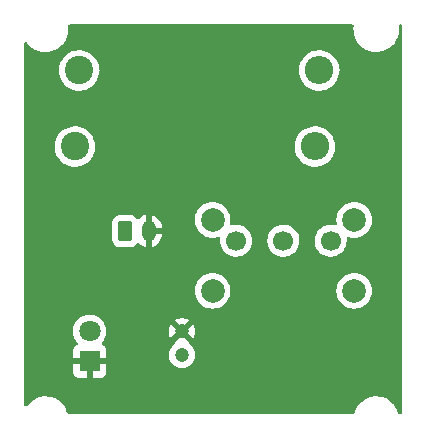
<source format=gbr>
G04 #@! TF.GenerationSoftware,KiCad,Pcbnew,(6.0.4)*
G04 #@! TF.CreationDate,2023-02-21T11:49:36-08:00*
G04 #@! TF.ProjectId,Lab4_Exercise,4c616234-5f45-4786-9572-636973652e6b,rev?*
G04 #@! TF.SameCoordinates,Original*
G04 #@! TF.FileFunction,Copper,L2,Bot*
G04 #@! TF.FilePolarity,Positive*
%FSLAX46Y46*%
G04 Gerber Fmt 4.6, Leading zero omitted, Abs format (unit mm)*
G04 Created by KiCad (PCBNEW (6.0.4)) date 2023-02-21 11:49:36*
%MOMM*%
%LPD*%
G01*
G04 APERTURE LIST*
G04 Aperture macros list*
%AMRoundRect*
0 Rectangle with rounded corners*
0 $1 Rounding radius*
0 $2 $3 $4 $5 $6 $7 $8 $9 X,Y pos of 4 corners*
0 Add a 4 corners polygon primitive as box body*
4,1,4,$2,$3,$4,$5,$6,$7,$8,$9,$2,$3,0*
0 Add four circle primitives for the rounded corners*
1,1,$1+$1,$2,$3*
1,1,$1+$1,$4,$5*
1,1,$1+$1,$6,$7*
1,1,$1+$1,$8,$9*
0 Add four rect primitives between the rounded corners*
20,1,$1+$1,$2,$3,$4,$5,0*
20,1,$1+$1,$4,$5,$6,$7,0*
20,1,$1+$1,$6,$7,$8,$9,0*
20,1,$1+$1,$8,$9,$2,$3,0*%
G04 Aperture macros list end*
G04 #@! TA.AperFunction,ComponentPad*
%ADD10C,2.000000*%
G04 #@! TD*
G04 #@! TA.AperFunction,ComponentPad*
%ADD11C,1.700000*%
G04 #@! TD*
G04 #@! TA.AperFunction,ComponentPad*
%ADD12C,2.400000*%
G04 #@! TD*
G04 #@! TA.AperFunction,ComponentPad*
%ADD13O,2.400000X2.400000*%
G04 #@! TD*
G04 #@! TA.AperFunction,ComponentPad*
%ADD14RoundRect,0.250000X-0.350000X-0.625000X0.350000X-0.625000X0.350000X0.625000X-0.350000X0.625000X0*%
G04 #@! TD*
G04 #@! TA.AperFunction,ComponentPad*
%ADD15O,1.200000X1.750000*%
G04 #@! TD*
G04 #@! TA.AperFunction,ComponentPad*
%ADD16R,1.800000X1.800000*%
G04 #@! TD*
G04 #@! TA.AperFunction,ComponentPad*
%ADD17C,1.800000*%
G04 #@! TD*
G04 #@! TA.AperFunction,ComponentPad*
%ADD18C,1.200000*%
G04 #@! TD*
G04 APERTURE END LIST*
D10*
G04 #@! TO.P,SW1,*
G04 #@! TO.N,*
X168140000Y-91140000D03*
X156140000Y-91140000D03*
X168140000Y-85140000D03*
X156140000Y-85140000D03*
D11*
G04 #@! TO.P,SW1,1,A*
G04 #@! TO.N,unconnected-(SW1-Pad1)*
X158140000Y-86890000D03*
G04 #@! TO.P,SW1,2,B*
G04 #@! TO.N,Net-(R1-Pad2)*
X162140000Y-86890000D03*
G04 #@! TO.P,SW1,3,C*
G04 #@! TO.N,Net-(C1-Pad1)*
X166140000Y-86890000D03*
G04 #@! TD*
D12*
G04 #@! TO.P,R1,1*
G04 #@! TO.N,+9V*
X144490000Y-78920000D03*
D13*
G04 #@! TO.P,R1,2*
G04 #@! TO.N,Net-(R1-Pad2)*
X164810000Y-78920000D03*
G04 #@! TD*
D14*
G04 #@! TO.P,J1,1,Pin_1*
G04 #@! TO.N,+9V*
X148740000Y-86080000D03*
D15*
G04 #@! TO.P,J1,2,Pin_2*
G04 #@! TO.N,GND*
X150740000Y-86080000D03*
G04 #@! TD*
D16*
G04 #@! TO.P,D1,1,K*
G04 #@! TO.N,GND*
X145730000Y-97095000D03*
D17*
G04 #@! TO.P,D1,2,A*
G04 #@! TO.N,Net-(D1-Pad2)*
X145730000Y-94555000D03*
G04 #@! TD*
D18*
G04 #@! TO.P,C1,1*
G04 #@! TO.N,Net-(C1-Pad1)*
X153540000Y-96560000D03*
G04 #@! TO.P,C1,2*
G04 #@! TO.N,GND*
X153540000Y-94560000D03*
G04 #@! TD*
D12*
G04 #@! TO.P,R2,1*
G04 #@! TO.N,Net-(D1-Pad2)*
X144860000Y-72480000D03*
D13*
G04 #@! TO.P,R2,2*
G04 #@! TO.N,Net-(C1-Pad1)*
X165180000Y-72480000D03*
G04 #@! TD*
G04 #@! TA.AperFunction,Conductor*
G04 #@! TO.N,GND*
G36*
X168038707Y-68600002D02*
G01*
X168085200Y-68653658D01*
X168095930Y-68718841D01*
X168073326Y-68939452D01*
X168073501Y-68943904D01*
X168075705Y-69000000D01*
X168080461Y-69121037D01*
X168084016Y-69211527D01*
X168132935Y-69479381D01*
X168134344Y-69483604D01*
X168190846Y-69652960D01*
X168219107Y-69737670D01*
X168221099Y-69741657D01*
X168221100Y-69741659D01*
X168299183Y-69897927D01*
X168340812Y-69981241D01*
X168495623Y-70205233D01*
X168680450Y-70405178D01*
X168891606Y-70577086D01*
X168895414Y-70579379D01*
X168895416Y-70579380D01*
X169121061Y-70715229D01*
X169121065Y-70715231D01*
X169124877Y-70717526D01*
X169250064Y-70770536D01*
X169371506Y-70821961D01*
X169371511Y-70821963D01*
X169375609Y-70823698D01*
X169379906Y-70824837D01*
X169379911Y-70824839D01*
X169507204Y-70858590D01*
X169638799Y-70893481D01*
X169909196Y-70925485D01*
X170181406Y-70919070D01*
X170185800Y-70918339D01*
X170185807Y-70918338D01*
X170445593Y-70875098D01*
X170445597Y-70875097D01*
X170449995Y-70874365D01*
X170709606Y-70792260D01*
X170713617Y-70790334D01*
X170713622Y-70790332D01*
X170951041Y-70676326D01*
X170951048Y-70676322D01*
X170955059Y-70674396D01*
X171068884Y-70598341D01*
X171177747Y-70525601D01*
X171177751Y-70525598D01*
X171181455Y-70523123D01*
X171384278Y-70341459D01*
X171559481Y-70133030D01*
X171703569Y-69901993D01*
X171813665Y-69652960D01*
X171887574Y-69390898D01*
X171890598Y-69368387D01*
X171923394Y-69124219D01*
X171923395Y-69124211D01*
X171923821Y-69121037D01*
X171927625Y-69000000D01*
X171908394Y-68728395D01*
X171907457Y-68724044D01*
X171907415Y-68723747D01*
X171917623Y-68653488D01*
X171964196Y-68599901D01*
X172032159Y-68580000D01*
X172085500Y-68580000D01*
X172153621Y-68600002D01*
X172200114Y-68653658D01*
X172211500Y-68706000D01*
X172211500Y-101474000D01*
X172191498Y-101542121D01*
X172137842Y-101588614D01*
X172085500Y-101600000D01*
X171982512Y-101600000D01*
X171914391Y-101579998D01*
X171867898Y-101526342D01*
X171859335Y-101500520D01*
X171852025Y-101466568D01*
X171852022Y-101466558D01*
X171851086Y-101462210D01*
X171756844Y-101206755D01*
X171720078Y-101138615D01*
X171629661Y-100971043D01*
X171627548Y-100967127D01*
X171465778Y-100748108D01*
X171424505Y-100706181D01*
X171277892Y-100557248D01*
X171274761Y-100554067D01*
X171058310Y-100388877D01*
X170820743Y-100255833D01*
X170814690Y-100253491D01*
X170570954Y-100159196D01*
X170570948Y-100159194D01*
X170566799Y-100157589D01*
X170562467Y-100156585D01*
X170562464Y-100156584D01*
X170453710Y-100131376D01*
X170301547Y-100096107D01*
X170030278Y-100072613D01*
X170025843Y-100072857D01*
X170025839Y-100072857D01*
X169762848Y-100087330D01*
X169762841Y-100087331D01*
X169758405Y-100087575D01*
X169625871Y-100113938D01*
X169495724Y-100139825D01*
X169495719Y-100139826D01*
X169491352Y-100140695D01*
X169487149Y-100142171D01*
X169238656Y-100229435D01*
X169238653Y-100229436D01*
X169234448Y-100230913D01*
X169230495Y-100232966D01*
X169230489Y-100232969D01*
X169094309Y-100303710D01*
X168992819Y-100356430D01*
X168947414Y-100388877D01*
X168774907Y-100512151D01*
X168774903Y-100512154D01*
X168771286Y-100514739D01*
X168574269Y-100702684D01*
X168571513Y-100706179D01*
X168571512Y-100706181D01*
X168535628Y-100751700D01*
X168405699Y-100916514D01*
X168378381Y-100963545D01*
X168271174Y-101148115D01*
X168271171Y-101148121D01*
X168268940Y-101151962D01*
X168267270Y-101156085D01*
X168168393Y-101400199D01*
X168168390Y-101400207D01*
X168166720Y-101404331D01*
X168150995Y-101467635D01*
X168141869Y-101504375D01*
X168106035Y-101565665D01*
X168042753Y-101597852D01*
X168019585Y-101600000D01*
X143982512Y-101600000D01*
X143914391Y-101579998D01*
X143867898Y-101526342D01*
X143859335Y-101500520D01*
X143852025Y-101466568D01*
X143852022Y-101466558D01*
X143851086Y-101462210D01*
X143756844Y-101206755D01*
X143720078Y-101138615D01*
X143629661Y-100971043D01*
X143627548Y-100967127D01*
X143465778Y-100748108D01*
X143424505Y-100706181D01*
X143277892Y-100557248D01*
X143274761Y-100554067D01*
X143058310Y-100388877D01*
X142820743Y-100255833D01*
X142814690Y-100253491D01*
X142570954Y-100159196D01*
X142570948Y-100159194D01*
X142566799Y-100157589D01*
X142562467Y-100156585D01*
X142562464Y-100156584D01*
X142453710Y-100131376D01*
X142301547Y-100096107D01*
X142030278Y-100072613D01*
X142025843Y-100072857D01*
X142025839Y-100072857D01*
X141762848Y-100087330D01*
X141762841Y-100087331D01*
X141758405Y-100087575D01*
X141625871Y-100113938D01*
X141495724Y-100139825D01*
X141495719Y-100139826D01*
X141491352Y-100140695D01*
X141487149Y-100142171D01*
X141238656Y-100229435D01*
X141238653Y-100229436D01*
X141234448Y-100230913D01*
X141230495Y-100232966D01*
X141230489Y-100232969D01*
X141094309Y-100303710D01*
X140992819Y-100356430D01*
X140947414Y-100388877D01*
X140774907Y-100512151D01*
X140774903Y-100512154D01*
X140771286Y-100514739D01*
X140574269Y-100702684D01*
X140571513Y-100706179D01*
X140571512Y-100706181D01*
X140433450Y-100881312D01*
X140375569Y-100922425D01*
X140304649Y-100925719D01*
X140243206Y-100890147D01*
X140210749Y-100827004D01*
X140208500Y-100803306D01*
X140208500Y-98039669D01*
X144322001Y-98039669D01*
X144322371Y-98046490D01*
X144327895Y-98097352D01*
X144331521Y-98112604D01*
X144376676Y-98233054D01*
X144385214Y-98248649D01*
X144461715Y-98350724D01*
X144474276Y-98363285D01*
X144576351Y-98439786D01*
X144591946Y-98448324D01*
X144712394Y-98493478D01*
X144727649Y-98497105D01*
X144778514Y-98502631D01*
X144785328Y-98503000D01*
X145457885Y-98503000D01*
X145473124Y-98498525D01*
X145474329Y-98497135D01*
X145476000Y-98489452D01*
X145476000Y-98484884D01*
X145984000Y-98484884D01*
X145988475Y-98500123D01*
X145989865Y-98501328D01*
X145997548Y-98502999D01*
X146674669Y-98502999D01*
X146681490Y-98502629D01*
X146732352Y-98497105D01*
X146747604Y-98493479D01*
X146868054Y-98448324D01*
X146883649Y-98439786D01*
X146985724Y-98363285D01*
X146998285Y-98350724D01*
X147074786Y-98248649D01*
X147083324Y-98233054D01*
X147128478Y-98112606D01*
X147132105Y-98097351D01*
X147137631Y-98046486D01*
X147138000Y-98039672D01*
X147138000Y-97367115D01*
X147133525Y-97351876D01*
X147132135Y-97350671D01*
X147124452Y-97349000D01*
X146002115Y-97349000D01*
X145986876Y-97353475D01*
X145985671Y-97354865D01*
X145984000Y-97362548D01*
X145984000Y-98484884D01*
X145476000Y-98484884D01*
X145476000Y-97367115D01*
X145471525Y-97351876D01*
X145470135Y-97350671D01*
X145462452Y-97349000D01*
X144340116Y-97349000D01*
X144324877Y-97353475D01*
X144323672Y-97354865D01*
X144322001Y-97362548D01*
X144322001Y-98039669D01*
X140208500Y-98039669D01*
X140208500Y-94520469D01*
X144317095Y-94520469D01*
X144317392Y-94525622D01*
X144317392Y-94525625D01*
X144322944Y-94621911D01*
X144330427Y-94751697D01*
X144331564Y-94756743D01*
X144331565Y-94756749D01*
X144363741Y-94899523D01*
X144381346Y-94977642D01*
X144383288Y-94982424D01*
X144383289Y-94982428D01*
X144443664Y-95131113D01*
X144468484Y-95192237D01*
X144589501Y-95389719D01*
X144592882Y-95393622D01*
X144701653Y-95519191D01*
X144731135Y-95583776D01*
X144721020Y-95654049D01*
X144674519Y-95707697D01*
X144650646Y-95719670D01*
X144591944Y-95741677D01*
X144576351Y-95750214D01*
X144474276Y-95826715D01*
X144461715Y-95839276D01*
X144385214Y-95941351D01*
X144376676Y-95956946D01*
X144331522Y-96077394D01*
X144327895Y-96092649D01*
X144322369Y-96143514D01*
X144322000Y-96150328D01*
X144322000Y-96822885D01*
X144326475Y-96838124D01*
X144327865Y-96839329D01*
X144335548Y-96841000D01*
X147119884Y-96841000D01*
X147135123Y-96836525D01*
X147136328Y-96835135D01*
X147137999Y-96827452D01*
X147137999Y-96530859D01*
X152427132Y-96530859D01*
X152440457Y-96734151D01*
X152490605Y-96931610D01*
X152575898Y-97116624D01*
X152693479Y-97282997D01*
X152839410Y-97425157D01*
X152844206Y-97428362D01*
X152844209Y-97428364D01*
X152912149Y-97473760D01*
X153008803Y-97538342D01*
X153014106Y-97540620D01*
X153014109Y-97540622D01*
X153103115Y-97578862D01*
X153195987Y-97618763D01*
X153268817Y-97635243D01*
X153389055Y-97662450D01*
X153389060Y-97662451D01*
X153394692Y-97663725D01*
X153400463Y-97663952D01*
X153400465Y-97663952D01*
X153463470Y-97666427D01*
X153598263Y-97671723D01*
X153799883Y-97642490D01*
X153805347Y-97640635D01*
X153805352Y-97640634D01*
X153987327Y-97578862D01*
X153987332Y-97578860D01*
X153992799Y-97577004D01*
X154170551Y-97477458D01*
X154327186Y-97347186D01*
X154457458Y-97190551D01*
X154557004Y-97012799D01*
X154558860Y-97007332D01*
X154558862Y-97007327D01*
X154620634Y-96825352D01*
X154620635Y-96825347D01*
X154622490Y-96819883D01*
X154651723Y-96618263D01*
X154653249Y-96560000D01*
X154634608Y-96357126D01*
X154579307Y-96161047D01*
X154574023Y-96150331D01*
X154491756Y-95983510D01*
X154489201Y-95978329D01*
X154470796Y-95953681D01*
X154370758Y-95819715D01*
X154370758Y-95819714D01*
X154367305Y-95815091D01*
X154264104Y-95719693D01*
X154221943Y-95680719D01*
X154221940Y-95680717D01*
X154217703Y-95676800D01*
X154172113Y-95648035D01*
X154125176Y-95594769D01*
X154114487Y-95524582D01*
X154115950Y-95516010D01*
X154118535Y-95503483D01*
X154114940Y-95494151D01*
X153552811Y-94932021D01*
X153538868Y-94924408D01*
X153537034Y-94924539D01*
X153530420Y-94928790D01*
X152969259Y-95489952D01*
X152961648Y-95503890D01*
X152963667Y-95532117D01*
X152948575Y-95601492D01*
X152902409Y-95649392D01*
X152885649Y-95659363D01*
X152732478Y-95793690D01*
X152728911Y-95798215D01*
X152728906Y-95798220D01*
X152671621Y-95870886D01*
X152606351Y-95953681D01*
X152511492Y-96133978D01*
X152451078Y-96328543D01*
X152427132Y-96530859D01*
X147137999Y-96530859D01*
X147137999Y-96150331D01*
X147137629Y-96143510D01*
X147132105Y-96092648D01*
X147128479Y-96077396D01*
X147083324Y-95956946D01*
X147074786Y-95941351D01*
X146998285Y-95839276D01*
X146985724Y-95826715D01*
X146883649Y-95750214D01*
X146868052Y-95741675D01*
X146809415Y-95719693D01*
X146752650Y-95677052D01*
X146727950Y-95610490D01*
X146743157Y-95541141D01*
X146764703Y-95512461D01*
X146802641Y-95474654D01*
X146806303Y-95471005D01*
X146941458Y-95282917D01*
X146988641Y-95187450D01*
X147041784Y-95079922D01*
X147041785Y-95079920D01*
X147044078Y-95075280D01*
X147111408Y-94853671D01*
X147141640Y-94624041D01*
X147141722Y-94620691D01*
X147143245Y-94558365D01*
X147143245Y-94558361D01*
X147143327Y-94555000D01*
X147141817Y-94536638D01*
X152428012Y-94536638D01*
X152440575Y-94728304D01*
X152442376Y-94739674D01*
X152489657Y-94925843D01*
X152493498Y-94936690D01*
X152573916Y-95111130D01*
X152579664Y-95121086D01*
X152585788Y-95129751D01*
X152596377Y-95138140D01*
X152609676Y-95131113D01*
X153167979Y-94572811D01*
X153174356Y-94561132D01*
X153904408Y-94561132D01*
X153904539Y-94562966D01*
X153908790Y-94569580D01*
X154470239Y-95131028D01*
X154482614Y-95137785D01*
X154489194Y-95132859D01*
X154553726Y-95017628D01*
X154558400Y-95007131D01*
X154620144Y-94825240D01*
X154622832Y-94814045D01*
X154650689Y-94621911D01*
X154651319Y-94614528D01*
X154652650Y-94563704D01*
X154652407Y-94556305D01*
X154634643Y-94362975D01*
X154632545Y-94351654D01*
X154580408Y-94166791D01*
X154576283Y-94156044D01*
X154492163Y-93985465D01*
X154484869Y-93979990D01*
X154472449Y-93986762D01*
X153912021Y-94547189D01*
X153904408Y-94561132D01*
X153174356Y-94561132D01*
X153175592Y-94558868D01*
X153175461Y-94557034D01*
X153171210Y-94550420D01*
X152608538Y-93987749D01*
X152596163Y-93980992D01*
X152590197Y-93985458D01*
X152514645Y-94129058D01*
X152510242Y-94139691D01*
X152453281Y-94323132D01*
X152450891Y-94334376D01*
X152428313Y-94525137D01*
X152428012Y-94536638D01*
X147141817Y-94536638D01*
X147126609Y-94351654D01*
X147124773Y-94329318D01*
X147124772Y-94329312D01*
X147124349Y-94324167D01*
X147067925Y-94099533D01*
X147065866Y-94094797D01*
X146977630Y-93891868D01*
X146977628Y-93891865D01*
X146975570Y-93887131D01*
X146849764Y-93692665D01*
X146782438Y-93618675D01*
X152962788Y-93618675D01*
X152966275Y-93627064D01*
X153527189Y-94187979D01*
X153541132Y-94195592D01*
X153542966Y-94195461D01*
X153549580Y-94191210D01*
X154110285Y-93630504D01*
X154117042Y-93618129D01*
X154111012Y-93610073D01*
X154050061Y-93571616D01*
X154039813Y-93566395D01*
X153861401Y-93495216D01*
X153850373Y-93491949D01*
X153661982Y-93454476D01*
X153650535Y-93453273D01*
X153458477Y-93450759D01*
X153446997Y-93451662D01*
X153257697Y-93484190D01*
X153246577Y-93487170D01*
X153066365Y-93553653D01*
X153055991Y-93558601D01*
X152972385Y-93608342D01*
X152962788Y-93618675D01*
X146782438Y-93618675D01*
X146693887Y-93521358D01*
X146689836Y-93518159D01*
X146689832Y-93518155D01*
X146516177Y-93381011D01*
X146516172Y-93381008D01*
X146512123Y-93377810D01*
X146507607Y-93375317D01*
X146507604Y-93375315D01*
X146313879Y-93268373D01*
X146313875Y-93268371D01*
X146309355Y-93265876D01*
X146304486Y-93264152D01*
X146304482Y-93264150D01*
X146095903Y-93190288D01*
X146095899Y-93190287D01*
X146091028Y-93188562D01*
X146085935Y-93187655D01*
X146085932Y-93187654D01*
X145868095Y-93148851D01*
X145868089Y-93148850D01*
X145863006Y-93147945D01*
X145790096Y-93147054D01*
X145636581Y-93145179D01*
X145636579Y-93145179D01*
X145631411Y-93145116D01*
X145402464Y-93180150D01*
X145182314Y-93252106D01*
X145177726Y-93254494D01*
X145177722Y-93254496D01*
X145151065Y-93268373D01*
X144976872Y-93359052D01*
X144972739Y-93362155D01*
X144972736Y-93362157D01*
X144849779Y-93454476D01*
X144791655Y-93498117D01*
X144631639Y-93665564D01*
X144628725Y-93669836D01*
X144628724Y-93669837D01*
X144613152Y-93692665D01*
X144501119Y-93856899D01*
X144403602Y-94066981D01*
X144341707Y-94290169D01*
X144317095Y-94520469D01*
X140208500Y-94520469D01*
X140208500Y-91140000D01*
X154626835Y-91140000D01*
X154645465Y-91376711D01*
X154700895Y-91607594D01*
X154791760Y-91826963D01*
X154794346Y-91831183D01*
X154913241Y-92025202D01*
X154913245Y-92025208D01*
X154915824Y-92029416D01*
X155070031Y-92209969D01*
X155250584Y-92364176D01*
X155254792Y-92366755D01*
X155254798Y-92366759D01*
X155448817Y-92485654D01*
X155453037Y-92488240D01*
X155457607Y-92490133D01*
X155457611Y-92490135D01*
X155667833Y-92577211D01*
X155672406Y-92579105D01*
X155752609Y-92598360D01*
X155898476Y-92633380D01*
X155898482Y-92633381D01*
X155903289Y-92634535D01*
X156140000Y-92653165D01*
X156376711Y-92634535D01*
X156381518Y-92633381D01*
X156381524Y-92633380D01*
X156527391Y-92598360D01*
X156607594Y-92579105D01*
X156612167Y-92577211D01*
X156822389Y-92490135D01*
X156822393Y-92490133D01*
X156826963Y-92488240D01*
X156831183Y-92485654D01*
X157025202Y-92366759D01*
X157025208Y-92366755D01*
X157029416Y-92364176D01*
X157209969Y-92209969D01*
X157364176Y-92029416D01*
X157366755Y-92025208D01*
X157366759Y-92025202D01*
X157485654Y-91831183D01*
X157488240Y-91826963D01*
X157579105Y-91607594D01*
X157634535Y-91376711D01*
X157653165Y-91140000D01*
X166626835Y-91140000D01*
X166645465Y-91376711D01*
X166700895Y-91607594D01*
X166791760Y-91826963D01*
X166794346Y-91831183D01*
X166913241Y-92025202D01*
X166913245Y-92025208D01*
X166915824Y-92029416D01*
X167070031Y-92209969D01*
X167250584Y-92364176D01*
X167254792Y-92366755D01*
X167254798Y-92366759D01*
X167448817Y-92485654D01*
X167453037Y-92488240D01*
X167457607Y-92490133D01*
X167457611Y-92490135D01*
X167667833Y-92577211D01*
X167672406Y-92579105D01*
X167752609Y-92598360D01*
X167898476Y-92633380D01*
X167898482Y-92633381D01*
X167903289Y-92634535D01*
X168140000Y-92653165D01*
X168376711Y-92634535D01*
X168381518Y-92633381D01*
X168381524Y-92633380D01*
X168527391Y-92598360D01*
X168607594Y-92579105D01*
X168612167Y-92577211D01*
X168822389Y-92490135D01*
X168822393Y-92490133D01*
X168826963Y-92488240D01*
X168831183Y-92485654D01*
X169025202Y-92366759D01*
X169025208Y-92366755D01*
X169029416Y-92364176D01*
X169209969Y-92209969D01*
X169364176Y-92029416D01*
X169366755Y-92025208D01*
X169366759Y-92025202D01*
X169485654Y-91831183D01*
X169488240Y-91826963D01*
X169579105Y-91607594D01*
X169634535Y-91376711D01*
X169653165Y-91140000D01*
X169634535Y-90903289D01*
X169579105Y-90672406D01*
X169488240Y-90453037D01*
X169485654Y-90448817D01*
X169366759Y-90254798D01*
X169366755Y-90254792D01*
X169364176Y-90250584D01*
X169209969Y-90070031D01*
X169029416Y-89915824D01*
X169025208Y-89913245D01*
X169025202Y-89913241D01*
X168831183Y-89794346D01*
X168826963Y-89791760D01*
X168822393Y-89789867D01*
X168822389Y-89789865D01*
X168612167Y-89702789D01*
X168612165Y-89702788D01*
X168607594Y-89700895D01*
X168527391Y-89681640D01*
X168381524Y-89646620D01*
X168381518Y-89646619D01*
X168376711Y-89645465D01*
X168140000Y-89626835D01*
X167903289Y-89645465D01*
X167898482Y-89646619D01*
X167898476Y-89646620D01*
X167752609Y-89681640D01*
X167672406Y-89700895D01*
X167667835Y-89702788D01*
X167667833Y-89702789D01*
X167457611Y-89789865D01*
X167457607Y-89789867D01*
X167453037Y-89791760D01*
X167448817Y-89794346D01*
X167254798Y-89913241D01*
X167254792Y-89913245D01*
X167250584Y-89915824D01*
X167070031Y-90070031D01*
X166915824Y-90250584D01*
X166913245Y-90254792D01*
X166913241Y-90254798D01*
X166794346Y-90448817D01*
X166791760Y-90453037D01*
X166700895Y-90672406D01*
X166645465Y-90903289D01*
X166626835Y-91140000D01*
X157653165Y-91140000D01*
X157634535Y-90903289D01*
X157579105Y-90672406D01*
X157488240Y-90453037D01*
X157485654Y-90448817D01*
X157366759Y-90254798D01*
X157366755Y-90254792D01*
X157364176Y-90250584D01*
X157209969Y-90070031D01*
X157029416Y-89915824D01*
X157025208Y-89913245D01*
X157025202Y-89913241D01*
X156831183Y-89794346D01*
X156826963Y-89791760D01*
X156822393Y-89789867D01*
X156822389Y-89789865D01*
X156612167Y-89702789D01*
X156612165Y-89702788D01*
X156607594Y-89700895D01*
X156527391Y-89681640D01*
X156381524Y-89646620D01*
X156381518Y-89646619D01*
X156376711Y-89645465D01*
X156140000Y-89626835D01*
X155903289Y-89645465D01*
X155898482Y-89646619D01*
X155898476Y-89646620D01*
X155752609Y-89681640D01*
X155672406Y-89700895D01*
X155667835Y-89702788D01*
X155667833Y-89702789D01*
X155457611Y-89789865D01*
X155457607Y-89789867D01*
X155453037Y-89791760D01*
X155448817Y-89794346D01*
X155254798Y-89913241D01*
X155254792Y-89913245D01*
X155250584Y-89915824D01*
X155070031Y-90070031D01*
X154915824Y-90250584D01*
X154913245Y-90254792D01*
X154913241Y-90254798D01*
X154794346Y-90448817D01*
X154791760Y-90453037D01*
X154700895Y-90672406D01*
X154645465Y-90903289D01*
X154626835Y-91140000D01*
X140208500Y-91140000D01*
X140208500Y-86755400D01*
X147631500Y-86755400D01*
X147631837Y-86758646D01*
X147631837Y-86758650D01*
X147641478Y-86851562D01*
X147642474Y-86861166D01*
X147698450Y-87028946D01*
X147791522Y-87179348D01*
X147916697Y-87304305D01*
X147922927Y-87308145D01*
X147922928Y-87308146D01*
X148060090Y-87392694D01*
X148067262Y-87397115D01*
X148122396Y-87415402D01*
X148228611Y-87450632D01*
X148228613Y-87450632D01*
X148235139Y-87452797D01*
X148241975Y-87453497D01*
X148241978Y-87453498D01*
X148285031Y-87457909D01*
X148339600Y-87463500D01*
X149140400Y-87463500D01*
X149143646Y-87463163D01*
X149143650Y-87463163D01*
X149239308Y-87453238D01*
X149239312Y-87453237D01*
X149246166Y-87452526D01*
X149252702Y-87450345D01*
X149252704Y-87450345D01*
X149388867Y-87404917D01*
X149413946Y-87396550D01*
X149564348Y-87303478D01*
X149689305Y-87178303D01*
X149693148Y-87172069D01*
X149721355Y-87126310D01*
X149774127Y-87078817D01*
X149844199Y-87067395D01*
X149909323Y-87095669D01*
X149927702Y-87114597D01*
X149930262Y-87117856D01*
X149938499Y-87126506D01*
X150089123Y-87257212D01*
X150098847Y-87264147D01*
X150271467Y-87364010D01*
X150282331Y-87368984D01*
X150470727Y-87434407D01*
X150471716Y-87434648D01*
X150482008Y-87433180D01*
X150486000Y-87419615D01*
X150486000Y-87415402D01*
X150994000Y-87415402D01*
X150997973Y-87428933D01*
X151007399Y-87430288D01*
X151096537Y-87408806D01*
X151107832Y-87404917D01*
X151289382Y-87322371D01*
X151299724Y-87316424D01*
X151462397Y-87201032D01*
X151471425Y-87193239D01*
X151609342Y-87049169D01*
X151616738Y-87039804D01*
X151724921Y-86872259D01*
X151730417Y-86861655D01*
X151804961Y-86676688D01*
X151808355Y-86665230D01*
X151846857Y-86468072D01*
X151847934Y-86459209D01*
X151848000Y-86456500D01*
X151848000Y-86352115D01*
X151843525Y-86336876D01*
X151842135Y-86335671D01*
X151834452Y-86334000D01*
X151012115Y-86334000D01*
X150996876Y-86338475D01*
X150995671Y-86339865D01*
X150994000Y-86347548D01*
X150994000Y-87415402D01*
X150486000Y-87415402D01*
X150486000Y-85807885D01*
X150994000Y-85807885D01*
X150998475Y-85823124D01*
X150999865Y-85824329D01*
X151007548Y-85826000D01*
X151829885Y-85826000D01*
X151845124Y-85821525D01*
X151846329Y-85820135D01*
X151848000Y-85812452D01*
X151848000Y-85755168D01*
X151847715Y-85749192D01*
X151833529Y-85600506D01*
X151831270Y-85588772D01*
X151775128Y-85397401D01*
X151770698Y-85386325D01*
X151679381Y-85209022D01*
X151672931Y-85198976D01*
X151626605Y-85140000D01*
X154626835Y-85140000D01*
X154645465Y-85376711D01*
X154646619Y-85381518D01*
X154646620Y-85381524D01*
X154674185Y-85496339D01*
X154700895Y-85607594D01*
X154702788Y-85612165D01*
X154702789Y-85612167D01*
X154789508Y-85821525D01*
X154791760Y-85826963D01*
X154794346Y-85831183D01*
X154913241Y-86025202D01*
X154913245Y-86025208D01*
X154915824Y-86029416D01*
X155070031Y-86209969D01*
X155073787Y-86213177D01*
X155083386Y-86221375D01*
X155250584Y-86364176D01*
X155254792Y-86366755D01*
X155254798Y-86366759D01*
X155391781Y-86450702D01*
X155453037Y-86488240D01*
X155457607Y-86490133D01*
X155457611Y-86490135D01*
X155667833Y-86577211D01*
X155672406Y-86579105D01*
X155751609Y-86598120D01*
X155898476Y-86633380D01*
X155898482Y-86633381D01*
X155903289Y-86634535D01*
X156140000Y-86653165D01*
X156376711Y-86634535D01*
X156381518Y-86633381D01*
X156381524Y-86633380D01*
X156528391Y-86598120D01*
X156607594Y-86579105D01*
X156620095Y-86573927D01*
X156690685Y-86566339D01*
X156754171Y-86598120D01*
X156790398Y-86659179D01*
X156793598Y-86703726D01*
X156777251Y-86856695D01*
X156777548Y-86861848D01*
X156777548Y-86861851D01*
X156783011Y-86956590D01*
X156790110Y-87079715D01*
X156791247Y-87084761D01*
X156791248Y-87084767D01*
X156800655Y-87126506D01*
X156839222Y-87297639D01*
X156923266Y-87504616D01*
X157039987Y-87695088D01*
X157186250Y-87863938D01*
X157358126Y-88006632D01*
X157551000Y-88119338D01*
X157759692Y-88199030D01*
X157764760Y-88200061D01*
X157764763Y-88200062D01*
X157872017Y-88221883D01*
X157978597Y-88243567D01*
X157983772Y-88243757D01*
X157983774Y-88243757D01*
X158196673Y-88251564D01*
X158196677Y-88251564D01*
X158201837Y-88251753D01*
X158206957Y-88251097D01*
X158206959Y-88251097D01*
X158418288Y-88224025D01*
X158418289Y-88224025D01*
X158423416Y-88223368D01*
X158428366Y-88221883D01*
X158632429Y-88160661D01*
X158632434Y-88160659D01*
X158637384Y-88159174D01*
X158837994Y-88060896D01*
X159019860Y-87931173D01*
X159178096Y-87773489D01*
X159237594Y-87690689D01*
X159305435Y-87596277D01*
X159308453Y-87592077D01*
X159372000Y-87463500D01*
X159405136Y-87396453D01*
X159405137Y-87396451D01*
X159407430Y-87391811D01*
X159472370Y-87178069D01*
X159501529Y-86956590D01*
X159503156Y-86890000D01*
X159500418Y-86856695D01*
X160777251Y-86856695D01*
X160777548Y-86861848D01*
X160777548Y-86861851D01*
X160783011Y-86956590D01*
X160790110Y-87079715D01*
X160791247Y-87084761D01*
X160791248Y-87084767D01*
X160800655Y-87126506D01*
X160839222Y-87297639D01*
X160923266Y-87504616D01*
X161039987Y-87695088D01*
X161186250Y-87863938D01*
X161358126Y-88006632D01*
X161551000Y-88119338D01*
X161759692Y-88199030D01*
X161764760Y-88200061D01*
X161764763Y-88200062D01*
X161872017Y-88221883D01*
X161978597Y-88243567D01*
X161983772Y-88243757D01*
X161983774Y-88243757D01*
X162196673Y-88251564D01*
X162196677Y-88251564D01*
X162201837Y-88251753D01*
X162206957Y-88251097D01*
X162206959Y-88251097D01*
X162418288Y-88224025D01*
X162418289Y-88224025D01*
X162423416Y-88223368D01*
X162428366Y-88221883D01*
X162632429Y-88160661D01*
X162632434Y-88160659D01*
X162637384Y-88159174D01*
X162837994Y-88060896D01*
X163019860Y-87931173D01*
X163178096Y-87773489D01*
X163237594Y-87690689D01*
X163305435Y-87596277D01*
X163308453Y-87592077D01*
X163372000Y-87463500D01*
X163405136Y-87396453D01*
X163405137Y-87396451D01*
X163407430Y-87391811D01*
X163472370Y-87178069D01*
X163501529Y-86956590D01*
X163503156Y-86890000D01*
X163500418Y-86856695D01*
X164777251Y-86856695D01*
X164777548Y-86861848D01*
X164777548Y-86861851D01*
X164783011Y-86956590D01*
X164790110Y-87079715D01*
X164791247Y-87084761D01*
X164791248Y-87084767D01*
X164800655Y-87126506D01*
X164839222Y-87297639D01*
X164923266Y-87504616D01*
X165039987Y-87695088D01*
X165186250Y-87863938D01*
X165358126Y-88006632D01*
X165551000Y-88119338D01*
X165759692Y-88199030D01*
X165764760Y-88200061D01*
X165764763Y-88200062D01*
X165872017Y-88221883D01*
X165978597Y-88243567D01*
X165983772Y-88243757D01*
X165983774Y-88243757D01*
X166196673Y-88251564D01*
X166196677Y-88251564D01*
X166201837Y-88251753D01*
X166206957Y-88251097D01*
X166206959Y-88251097D01*
X166418288Y-88224025D01*
X166418289Y-88224025D01*
X166423416Y-88223368D01*
X166428366Y-88221883D01*
X166632429Y-88160661D01*
X166632434Y-88160659D01*
X166637384Y-88159174D01*
X166837994Y-88060896D01*
X167019860Y-87931173D01*
X167178096Y-87773489D01*
X167237594Y-87690689D01*
X167305435Y-87596277D01*
X167308453Y-87592077D01*
X167372000Y-87463500D01*
X167405136Y-87396453D01*
X167405137Y-87396451D01*
X167407430Y-87391811D01*
X167472370Y-87178069D01*
X167501529Y-86956590D01*
X167503156Y-86890000D01*
X167487642Y-86701294D01*
X167501995Y-86631763D01*
X167551661Y-86581030D01*
X167620871Y-86565203D01*
X167661434Y-86574560D01*
X167672406Y-86579105D01*
X167751609Y-86598120D01*
X167898476Y-86633380D01*
X167898482Y-86633381D01*
X167903289Y-86634535D01*
X168140000Y-86653165D01*
X168376711Y-86634535D01*
X168381518Y-86633381D01*
X168381524Y-86633380D01*
X168528391Y-86598120D01*
X168607594Y-86579105D01*
X168612167Y-86577211D01*
X168822389Y-86490135D01*
X168822393Y-86490133D01*
X168826963Y-86488240D01*
X168888219Y-86450702D01*
X169025202Y-86366759D01*
X169025208Y-86366755D01*
X169029416Y-86364176D01*
X169196614Y-86221375D01*
X169206213Y-86213177D01*
X169209969Y-86209969D01*
X169364176Y-86029416D01*
X169366755Y-86025208D01*
X169366759Y-86025202D01*
X169485654Y-85831183D01*
X169488240Y-85826963D01*
X169490493Y-85821525D01*
X169577211Y-85612167D01*
X169577212Y-85612165D01*
X169579105Y-85607594D01*
X169605815Y-85496339D01*
X169633380Y-85381524D01*
X169633381Y-85381518D01*
X169634535Y-85376711D01*
X169653165Y-85140000D01*
X169634535Y-84903289D01*
X169624552Y-84861704D01*
X169580260Y-84677218D01*
X169579105Y-84672406D01*
X169488240Y-84453037D01*
X169485654Y-84448817D01*
X169366759Y-84254798D01*
X169366755Y-84254792D01*
X169364176Y-84250584D01*
X169209969Y-84070031D01*
X169029416Y-83915824D01*
X169025208Y-83913245D01*
X169025202Y-83913241D01*
X168831183Y-83794346D01*
X168826963Y-83791760D01*
X168822393Y-83789867D01*
X168822389Y-83789865D01*
X168612167Y-83702789D01*
X168612165Y-83702788D01*
X168607594Y-83700895D01*
X168527391Y-83681640D01*
X168381524Y-83646620D01*
X168381518Y-83646619D01*
X168376711Y-83645465D01*
X168140000Y-83626835D01*
X167903289Y-83645465D01*
X167898482Y-83646619D01*
X167898476Y-83646620D01*
X167752609Y-83681640D01*
X167672406Y-83700895D01*
X167667835Y-83702788D01*
X167667833Y-83702789D01*
X167457611Y-83789865D01*
X167457607Y-83789867D01*
X167453037Y-83791760D01*
X167448817Y-83794346D01*
X167254798Y-83913241D01*
X167254792Y-83913245D01*
X167250584Y-83915824D01*
X167070031Y-84070031D01*
X166915824Y-84250584D01*
X166913245Y-84254792D01*
X166913241Y-84254798D01*
X166794346Y-84448817D01*
X166791760Y-84453037D01*
X166700895Y-84672406D01*
X166699740Y-84677218D01*
X166655449Y-84861704D01*
X166645465Y-84903289D01*
X166626835Y-85140000D01*
X166645465Y-85376711D01*
X166646621Y-85381524D01*
X166646621Y-85381527D01*
X166657161Y-85425431D01*
X166653613Y-85496339D01*
X166612293Y-85554072D01*
X166546320Y-85580302D01*
X166498299Y-85574326D01*
X166498090Y-85575117D01*
X166493086Y-85573795D01*
X166488212Y-85572069D01*
X166483119Y-85571162D01*
X166483116Y-85571161D01*
X166273373Y-85533800D01*
X166273367Y-85533799D01*
X166268284Y-85532894D01*
X166194452Y-85531992D01*
X166050081Y-85530228D01*
X166050079Y-85530228D01*
X166044911Y-85530165D01*
X165824091Y-85563955D01*
X165611756Y-85633357D01*
X165413607Y-85736507D01*
X165409474Y-85739610D01*
X165409471Y-85739612D01*
X165287510Y-85831183D01*
X165234965Y-85870635D01*
X165080629Y-86032138D01*
X164954743Y-86216680D01*
X164860688Y-86419305D01*
X164800989Y-86634570D01*
X164777251Y-86856695D01*
X163500418Y-86856695D01*
X163484852Y-86667361D01*
X163430431Y-86450702D01*
X163341354Y-86245840D01*
X163220014Y-86058277D01*
X163069670Y-85893051D01*
X163065619Y-85889852D01*
X163065615Y-85889848D01*
X162898414Y-85757800D01*
X162898410Y-85757798D01*
X162894359Y-85754598D01*
X162698789Y-85646638D01*
X162693920Y-85644914D01*
X162693916Y-85644912D01*
X162493087Y-85573795D01*
X162493083Y-85573794D01*
X162488212Y-85572069D01*
X162483119Y-85571162D01*
X162483116Y-85571161D01*
X162273373Y-85533800D01*
X162273367Y-85533799D01*
X162268284Y-85532894D01*
X162194452Y-85531992D01*
X162050081Y-85530228D01*
X162050079Y-85530228D01*
X162044911Y-85530165D01*
X161824091Y-85563955D01*
X161611756Y-85633357D01*
X161413607Y-85736507D01*
X161409474Y-85739610D01*
X161409471Y-85739612D01*
X161287510Y-85831183D01*
X161234965Y-85870635D01*
X161080629Y-86032138D01*
X160954743Y-86216680D01*
X160860688Y-86419305D01*
X160800989Y-86634570D01*
X160777251Y-86856695D01*
X159500418Y-86856695D01*
X159484852Y-86667361D01*
X159430431Y-86450702D01*
X159341354Y-86245840D01*
X159220014Y-86058277D01*
X159069670Y-85893051D01*
X159065619Y-85889852D01*
X159065615Y-85889848D01*
X158898414Y-85757800D01*
X158898410Y-85757798D01*
X158894359Y-85754598D01*
X158698789Y-85646638D01*
X158693920Y-85644914D01*
X158693916Y-85644912D01*
X158493087Y-85573795D01*
X158493083Y-85573794D01*
X158488212Y-85572069D01*
X158483119Y-85571162D01*
X158483116Y-85571161D01*
X158273373Y-85533800D01*
X158273367Y-85533799D01*
X158268284Y-85532894D01*
X158194452Y-85531992D01*
X158050081Y-85530228D01*
X158050079Y-85530228D01*
X158044911Y-85530165D01*
X157824091Y-85563955D01*
X157793986Y-85573795D01*
X157783907Y-85577089D01*
X157712943Y-85579240D01*
X157652081Y-85542684D01*
X157620645Y-85479026D01*
X157622244Y-85427909D01*
X157633378Y-85381533D01*
X157633379Y-85381525D01*
X157634535Y-85376711D01*
X157653165Y-85140000D01*
X157634535Y-84903289D01*
X157624552Y-84861704D01*
X157580260Y-84677218D01*
X157579105Y-84672406D01*
X157488240Y-84453037D01*
X157485654Y-84448817D01*
X157366759Y-84254798D01*
X157366755Y-84254792D01*
X157364176Y-84250584D01*
X157209969Y-84070031D01*
X157029416Y-83915824D01*
X157025208Y-83913245D01*
X157025202Y-83913241D01*
X156831183Y-83794346D01*
X156826963Y-83791760D01*
X156822393Y-83789867D01*
X156822389Y-83789865D01*
X156612167Y-83702789D01*
X156612165Y-83702788D01*
X156607594Y-83700895D01*
X156527391Y-83681640D01*
X156381524Y-83646620D01*
X156381518Y-83646619D01*
X156376711Y-83645465D01*
X156140000Y-83626835D01*
X155903289Y-83645465D01*
X155898482Y-83646619D01*
X155898476Y-83646620D01*
X155752609Y-83681640D01*
X155672406Y-83700895D01*
X155667835Y-83702788D01*
X155667833Y-83702789D01*
X155457611Y-83789865D01*
X155457607Y-83789867D01*
X155453037Y-83791760D01*
X155448817Y-83794346D01*
X155254798Y-83913241D01*
X155254792Y-83913245D01*
X155250584Y-83915824D01*
X155070031Y-84070031D01*
X154915824Y-84250584D01*
X154913245Y-84254792D01*
X154913241Y-84254798D01*
X154794346Y-84448817D01*
X154791760Y-84453037D01*
X154700895Y-84672406D01*
X154699740Y-84677218D01*
X154655449Y-84861704D01*
X154645465Y-84903289D01*
X154626835Y-85140000D01*
X151626605Y-85140000D01*
X151549738Y-85042143D01*
X151541501Y-85033494D01*
X151390877Y-84902788D01*
X151381153Y-84895853D01*
X151208533Y-84795990D01*
X151197669Y-84791016D01*
X151009273Y-84725593D01*
X151008284Y-84725352D01*
X150997992Y-84726820D01*
X150994000Y-84740385D01*
X150994000Y-85807885D01*
X150486000Y-85807885D01*
X150486000Y-84744598D01*
X150482027Y-84731067D01*
X150472601Y-84729712D01*
X150383463Y-84751194D01*
X150372168Y-84755083D01*
X150190618Y-84837629D01*
X150180276Y-84843576D01*
X150017603Y-84958968D01*
X150008575Y-84966761D01*
X149921465Y-85057757D01*
X149859910Y-85093133D01*
X149789000Y-85089614D01*
X149731250Y-85048317D01*
X149723315Y-85036947D01*
X149688478Y-84980652D01*
X149563303Y-84855695D01*
X149557072Y-84851854D01*
X149418968Y-84766725D01*
X149418966Y-84766724D01*
X149412738Y-84762885D01*
X149304005Y-84726820D01*
X149251389Y-84709368D01*
X149251387Y-84709368D01*
X149244861Y-84707203D01*
X149238025Y-84706503D01*
X149238022Y-84706502D01*
X149194969Y-84702091D01*
X149140400Y-84696500D01*
X148339600Y-84696500D01*
X148336354Y-84696837D01*
X148336350Y-84696837D01*
X148240692Y-84706762D01*
X148240688Y-84706763D01*
X148233834Y-84707474D01*
X148227298Y-84709655D01*
X148227296Y-84709655D01*
X148163117Y-84731067D01*
X148066054Y-84763450D01*
X147915652Y-84856522D01*
X147790695Y-84981697D01*
X147786855Y-84987927D01*
X147786854Y-84987928D01*
X147722005Y-85093133D01*
X147697885Y-85132262D01*
X147642203Y-85300139D01*
X147631500Y-85404600D01*
X147631500Y-86755400D01*
X140208500Y-86755400D01*
X140208500Y-78875151D01*
X142777296Y-78875151D01*
X142789480Y-79128798D01*
X142839021Y-79377857D01*
X142840600Y-79382255D01*
X142840602Y-79382262D01*
X142885022Y-79505980D01*
X142924831Y-79616858D01*
X143045025Y-79840551D01*
X143047820Y-79844294D01*
X143047822Y-79844297D01*
X143194171Y-80040282D01*
X143194176Y-80040288D01*
X143196963Y-80044020D01*
X143200272Y-80047300D01*
X143200277Y-80047306D01*
X143298859Y-80145031D01*
X143377307Y-80222797D01*
X143381069Y-80225555D01*
X143381072Y-80225558D01*
X143486764Y-80303054D01*
X143582094Y-80372953D01*
X143586229Y-80375129D01*
X143586233Y-80375131D01*
X143704289Y-80437243D01*
X143806827Y-80491191D01*
X144046568Y-80574912D01*
X144296050Y-80622278D01*
X144416532Y-80627011D01*
X144545125Y-80632064D01*
X144545130Y-80632064D01*
X144549793Y-80632247D01*
X144648774Y-80621407D01*
X144797569Y-80605112D01*
X144797575Y-80605111D01*
X144802222Y-80604602D01*
X144911680Y-80575784D01*
X145043273Y-80541138D01*
X145047793Y-80539948D01*
X145166353Y-80489011D01*
X145276807Y-80441557D01*
X145276810Y-80441555D01*
X145281110Y-80439708D01*
X145285090Y-80437245D01*
X145285094Y-80437243D01*
X145493064Y-80308547D01*
X145493066Y-80308545D01*
X145497047Y-80306082D01*
X145595428Y-80222797D01*
X145687289Y-80145031D01*
X145687291Y-80145029D01*
X145690862Y-80142006D01*
X145858295Y-79951084D01*
X145995669Y-79737512D01*
X146099967Y-79505980D01*
X146168896Y-79261575D01*
X146200943Y-79009667D01*
X146203291Y-78920000D01*
X146199958Y-78875151D01*
X163097296Y-78875151D01*
X163109480Y-79128798D01*
X163159021Y-79377857D01*
X163160600Y-79382255D01*
X163160602Y-79382262D01*
X163205022Y-79505980D01*
X163244831Y-79616858D01*
X163365025Y-79840551D01*
X163367820Y-79844294D01*
X163367822Y-79844297D01*
X163514171Y-80040282D01*
X163514176Y-80040288D01*
X163516963Y-80044020D01*
X163520272Y-80047300D01*
X163520277Y-80047306D01*
X163618859Y-80145031D01*
X163697307Y-80222797D01*
X163701069Y-80225555D01*
X163701072Y-80225558D01*
X163806764Y-80303054D01*
X163902094Y-80372953D01*
X163906229Y-80375129D01*
X163906233Y-80375131D01*
X164024289Y-80437243D01*
X164126827Y-80491191D01*
X164366568Y-80574912D01*
X164616050Y-80622278D01*
X164736532Y-80627011D01*
X164865125Y-80632064D01*
X164865130Y-80632064D01*
X164869793Y-80632247D01*
X164968774Y-80621407D01*
X165117569Y-80605112D01*
X165117575Y-80605111D01*
X165122222Y-80604602D01*
X165231680Y-80575784D01*
X165363273Y-80541138D01*
X165367793Y-80539948D01*
X165486353Y-80489011D01*
X165596807Y-80441557D01*
X165596810Y-80441555D01*
X165601110Y-80439708D01*
X165605090Y-80437245D01*
X165605094Y-80437243D01*
X165813064Y-80308547D01*
X165813066Y-80308545D01*
X165817047Y-80306082D01*
X165915428Y-80222797D01*
X166007289Y-80145031D01*
X166007291Y-80145029D01*
X166010862Y-80142006D01*
X166178295Y-79951084D01*
X166315669Y-79737512D01*
X166419967Y-79505980D01*
X166488896Y-79261575D01*
X166520943Y-79009667D01*
X166523291Y-78920000D01*
X166504472Y-78666759D01*
X166448428Y-78419082D01*
X166356391Y-78182409D01*
X166335866Y-78146498D01*
X166232702Y-77965997D01*
X166232700Y-77965995D01*
X166230383Y-77961940D01*
X166073171Y-77762517D01*
X165888209Y-77588523D01*
X165844483Y-77558189D01*
X165683393Y-77446437D01*
X165683390Y-77446435D01*
X165679561Y-77443779D01*
X165675384Y-77441719D01*
X165675377Y-77441715D01*
X165455996Y-77333528D01*
X165455992Y-77333527D01*
X165451810Y-77331464D01*
X165209960Y-77254047D01*
X165205355Y-77253297D01*
X164963935Y-77213980D01*
X164963934Y-77213980D01*
X164959323Y-77213229D01*
X164832364Y-77211567D01*
X164710083Y-77209966D01*
X164710080Y-77209966D01*
X164705406Y-77209905D01*
X164453787Y-77244149D01*
X164209993Y-77315208D01*
X163979380Y-77421522D01*
X163975471Y-77424085D01*
X163770928Y-77558189D01*
X163770923Y-77558193D01*
X163767015Y-77560755D01*
X163577562Y-77729848D01*
X163415183Y-77925087D01*
X163283447Y-78142182D01*
X163185246Y-78376365D01*
X163122738Y-78622490D01*
X163097296Y-78875151D01*
X146199958Y-78875151D01*
X146184472Y-78666759D01*
X146128428Y-78419082D01*
X146036391Y-78182409D01*
X146015866Y-78146498D01*
X145912702Y-77965997D01*
X145912700Y-77965995D01*
X145910383Y-77961940D01*
X145753171Y-77762517D01*
X145568209Y-77588523D01*
X145524483Y-77558189D01*
X145363393Y-77446437D01*
X145363390Y-77446435D01*
X145359561Y-77443779D01*
X145355384Y-77441719D01*
X145355377Y-77441715D01*
X145135996Y-77333528D01*
X145135992Y-77333527D01*
X145131810Y-77331464D01*
X144889960Y-77254047D01*
X144885355Y-77253297D01*
X144643935Y-77213980D01*
X144643934Y-77213980D01*
X144639323Y-77213229D01*
X144512364Y-77211567D01*
X144390083Y-77209966D01*
X144390080Y-77209966D01*
X144385406Y-77209905D01*
X144133787Y-77244149D01*
X143889993Y-77315208D01*
X143659380Y-77421522D01*
X143655471Y-77424085D01*
X143450928Y-77558189D01*
X143450923Y-77558193D01*
X143447015Y-77560755D01*
X143257562Y-77729848D01*
X143095183Y-77925087D01*
X142963447Y-78142182D01*
X142865246Y-78376365D01*
X142802738Y-78622490D01*
X142777296Y-78875151D01*
X140208500Y-78875151D01*
X140208500Y-72435151D01*
X143147296Y-72435151D01*
X143159480Y-72688798D01*
X143209021Y-72937857D01*
X143210600Y-72942255D01*
X143210602Y-72942262D01*
X143255022Y-73065980D01*
X143294831Y-73176858D01*
X143415025Y-73400551D01*
X143417820Y-73404294D01*
X143417822Y-73404297D01*
X143564171Y-73600282D01*
X143564176Y-73600288D01*
X143566963Y-73604020D01*
X143570272Y-73607300D01*
X143570277Y-73607306D01*
X143668859Y-73705031D01*
X143747307Y-73782797D01*
X143751069Y-73785555D01*
X143751072Y-73785558D01*
X143856764Y-73863054D01*
X143952094Y-73932953D01*
X143956229Y-73935129D01*
X143956233Y-73935131D01*
X144074289Y-73997243D01*
X144176827Y-74051191D01*
X144416568Y-74134912D01*
X144666050Y-74182278D01*
X144786532Y-74187011D01*
X144915125Y-74192064D01*
X144915130Y-74192064D01*
X144919793Y-74192247D01*
X145018774Y-74181407D01*
X145167569Y-74165112D01*
X145167575Y-74165111D01*
X145172222Y-74164602D01*
X145281680Y-74135784D01*
X145413273Y-74101138D01*
X145417793Y-74099948D01*
X145536353Y-74049011D01*
X145646807Y-74001557D01*
X145646810Y-74001555D01*
X145651110Y-73999708D01*
X145655090Y-73997245D01*
X145655094Y-73997243D01*
X145863064Y-73868547D01*
X145863066Y-73868545D01*
X145867047Y-73866082D01*
X145965428Y-73782797D01*
X146057289Y-73705031D01*
X146057291Y-73705029D01*
X146060862Y-73702006D01*
X146228295Y-73511084D01*
X146365669Y-73297512D01*
X146469967Y-73065980D01*
X146538896Y-72821575D01*
X146570943Y-72569667D01*
X146573291Y-72480000D01*
X146569958Y-72435151D01*
X163467296Y-72435151D01*
X163479480Y-72688798D01*
X163529021Y-72937857D01*
X163530600Y-72942255D01*
X163530602Y-72942262D01*
X163575022Y-73065980D01*
X163614831Y-73176858D01*
X163735025Y-73400551D01*
X163737820Y-73404294D01*
X163737822Y-73404297D01*
X163884171Y-73600282D01*
X163884176Y-73600288D01*
X163886963Y-73604020D01*
X163890272Y-73607300D01*
X163890277Y-73607306D01*
X163988859Y-73705031D01*
X164067307Y-73782797D01*
X164071069Y-73785555D01*
X164071072Y-73785558D01*
X164176764Y-73863054D01*
X164272094Y-73932953D01*
X164276229Y-73935129D01*
X164276233Y-73935131D01*
X164394289Y-73997243D01*
X164496827Y-74051191D01*
X164736568Y-74134912D01*
X164986050Y-74182278D01*
X165106532Y-74187011D01*
X165235125Y-74192064D01*
X165235130Y-74192064D01*
X165239793Y-74192247D01*
X165338774Y-74181407D01*
X165487569Y-74165112D01*
X165487575Y-74165111D01*
X165492222Y-74164602D01*
X165601680Y-74135784D01*
X165733273Y-74101138D01*
X165737793Y-74099948D01*
X165856353Y-74049011D01*
X165966807Y-74001557D01*
X165966810Y-74001555D01*
X165971110Y-73999708D01*
X165975090Y-73997245D01*
X165975094Y-73997243D01*
X166183064Y-73868547D01*
X166183066Y-73868545D01*
X166187047Y-73866082D01*
X166285428Y-73782797D01*
X166377289Y-73705031D01*
X166377291Y-73705029D01*
X166380862Y-73702006D01*
X166548295Y-73511084D01*
X166685669Y-73297512D01*
X166789967Y-73065980D01*
X166858896Y-72821575D01*
X166890943Y-72569667D01*
X166893291Y-72480000D01*
X166874472Y-72226759D01*
X166818428Y-71979082D01*
X166726391Y-71742409D01*
X166705866Y-71706498D01*
X166602702Y-71525997D01*
X166602700Y-71525995D01*
X166600383Y-71521940D01*
X166443171Y-71322517D01*
X166258209Y-71148523D01*
X166214483Y-71118189D01*
X166053393Y-71006437D01*
X166053390Y-71006435D01*
X166049561Y-71003779D01*
X166045384Y-71001719D01*
X166045377Y-71001715D01*
X165825996Y-70893528D01*
X165825992Y-70893527D01*
X165821810Y-70891464D01*
X165579960Y-70814047D01*
X165575355Y-70813297D01*
X165333935Y-70773980D01*
X165333934Y-70773980D01*
X165329323Y-70773229D01*
X165202364Y-70771567D01*
X165080083Y-70769966D01*
X165080080Y-70769966D01*
X165075406Y-70769905D01*
X164823787Y-70804149D01*
X164579993Y-70875208D01*
X164349380Y-70981522D01*
X164345471Y-70984085D01*
X164140928Y-71118189D01*
X164140923Y-71118193D01*
X164137015Y-71120755D01*
X163947562Y-71289848D01*
X163785183Y-71485087D01*
X163653447Y-71702182D01*
X163555246Y-71936365D01*
X163492738Y-72182490D01*
X163467296Y-72435151D01*
X146569958Y-72435151D01*
X146554472Y-72226759D01*
X146498428Y-71979082D01*
X146406391Y-71742409D01*
X146385866Y-71706498D01*
X146282702Y-71525997D01*
X146282700Y-71525995D01*
X146280383Y-71521940D01*
X146123171Y-71322517D01*
X145938209Y-71148523D01*
X145894483Y-71118189D01*
X145733393Y-71006437D01*
X145733390Y-71006435D01*
X145729561Y-71003779D01*
X145725384Y-71001719D01*
X145725377Y-71001715D01*
X145505996Y-70893528D01*
X145505992Y-70893527D01*
X145501810Y-70891464D01*
X145259960Y-70814047D01*
X145255355Y-70813297D01*
X145013935Y-70773980D01*
X145013934Y-70773980D01*
X145009323Y-70773229D01*
X144882364Y-70771567D01*
X144760083Y-70769966D01*
X144760080Y-70769966D01*
X144755406Y-70769905D01*
X144503787Y-70804149D01*
X144259993Y-70875208D01*
X144029380Y-70981522D01*
X144025471Y-70984085D01*
X143820928Y-71118189D01*
X143820923Y-71118193D01*
X143817015Y-71120755D01*
X143627562Y-71289848D01*
X143465183Y-71485087D01*
X143333447Y-71702182D01*
X143235246Y-71936365D01*
X143172738Y-72182490D01*
X143147296Y-72435151D01*
X140208500Y-72435151D01*
X140208500Y-70193720D01*
X140228502Y-70125599D01*
X140282158Y-70079106D01*
X140352432Y-70069002D01*
X140417012Y-70098496D01*
X140438153Y-70122080D01*
X140495623Y-70205233D01*
X140680450Y-70405178D01*
X140891606Y-70577086D01*
X140895414Y-70579379D01*
X140895416Y-70579380D01*
X141121061Y-70715229D01*
X141121065Y-70715231D01*
X141124877Y-70717526D01*
X141250064Y-70770536D01*
X141371506Y-70821961D01*
X141371511Y-70821963D01*
X141375609Y-70823698D01*
X141379906Y-70824837D01*
X141379911Y-70824839D01*
X141507204Y-70858590D01*
X141638799Y-70893481D01*
X141909196Y-70925485D01*
X142181406Y-70919070D01*
X142185800Y-70918339D01*
X142185807Y-70918338D01*
X142445593Y-70875098D01*
X142445597Y-70875097D01*
X142449995Y-70874365D01*
X142709606Y-70792260D01*
X142713617Y-70790334D01*
X142713622Y-70790332D01*
X142951041Y-70676326D01*
X142951048Y-70676322D01*
X142955059Y-70674396D01*
X143068884Y-70598341D01*
X143177747Y-70525601D01*
X143177751Y-70525598D01*
X143181455Y-70523123D01*
X143384278Y-70341459D01*
X143559481Y-70133030D01*
X143703569Y-69901993D01*
X143813665Y-69652960D01*
X143887574Y-69390898D01*
X143890598Y-69368387D01*
X143923394Y-69124219D01*
X143923395Y-69124211D01*
X143923821Y-69121037D01*
X143927625Y-69000000D01*
X143908394Y-68728395D01*
X143907457Y-68724044D01*
X143907415Y-68723747D01*
X143917623Y-68653488D01*
X143964196Y-68599901D01*
X144032159Y-68580000D01*
X167970586Y-68580000D01*
X168038707Y-68600002D01*
G37*
G04 #@! TD.AperFunction*
G04 #@! TD*
M02*

</source>
